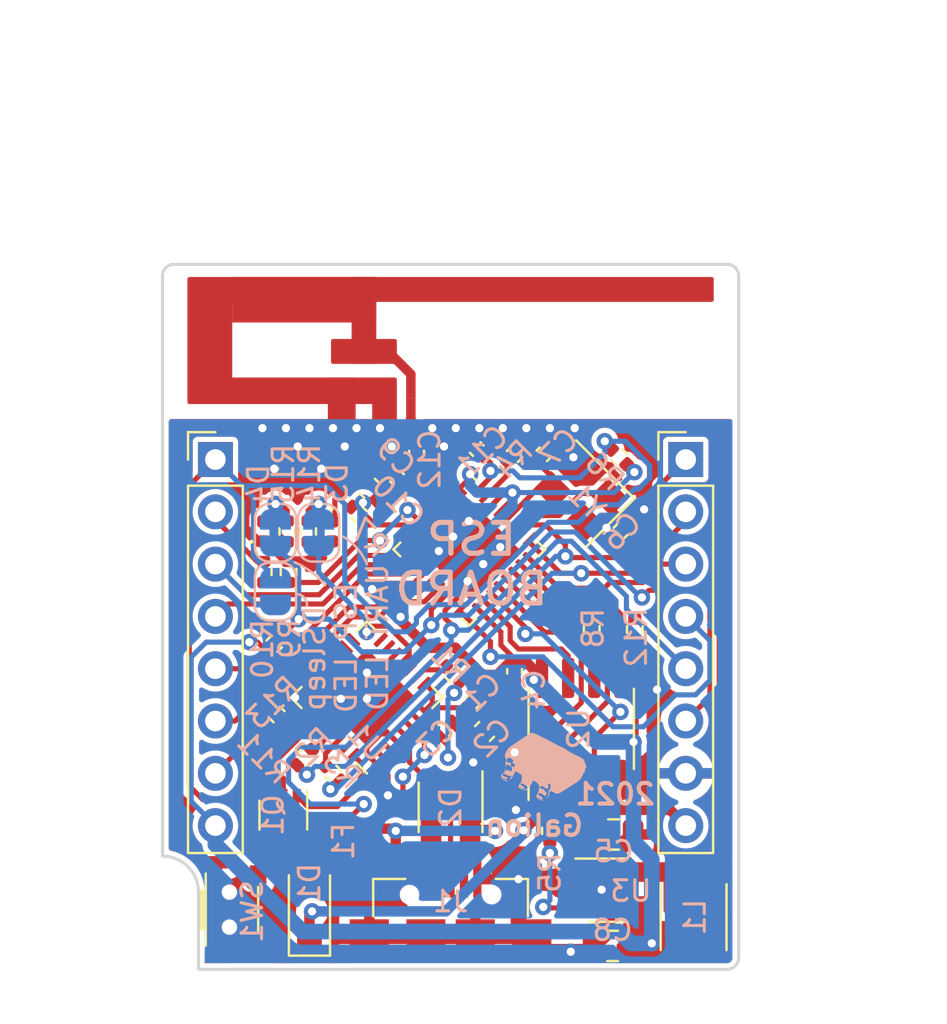
<source format=kicad_pcb>
(kicad_pcb (version 20240108) (generator "pcbnew") (generator_version "8.0")
  (title_block (title "ESP Board") (date "2021-10-29") (rev "2") (company "Galion"))
  (layers (0 "F.Cu" signal) (31 "B.Cu" signal) (34 "B.Paste" user) (35 "F.Paste" user) (36 "B.SilkS" user "B.Silkscreen") (37 "F.SilkS" user "F.Silkscreen") (38 "B.Mask" user) (39 "F.Mask" user) (44 "Edge.Cuts" user))
  (net 0 "")
  (net 1 "GND")
  (net 2 "Net-(AE1-FEED)")
  (net 3 "+5V")
  (net 4 "+3V3")
  (net 5 "5V")
  (net 6 "Net-(U4-XTAL_OUT)")
  (net 7 "RST")
  (net 8 "LNA")
  (net 9 "Net-(U4-XTAL_IN)")
  (net 10 "D-")
  (net 11 "D+")
  (net 12 "Net-(D1-A)")
  (net 13 "Net-(D3-A)")
  (net 14 "GPIO15")
  (net 15 "GPIO13")
  (net 16 "GPIO12")
  (net 17 "GPIO14")
  (net 18 "GPIO16")
  (net 19 "A0")
  (net 20 "TX")
  (net 21 "RX")
  (net 22 "GPIO5")
  (net 23 "GPIO4")
  (net 24 "GPIO0")
  (net 25 "GPIO2")
  (net 26 "LED1")
  (net 27 "Net-(D4-A)")
  (net 29 "Net-(JP2-B)")
  (net 30 "RTS")
  (net 31 "DTR")
  (net 32 "Net-(JP3-B)")
  (net 33 "Net-(U3-SW)")
  (net 34 "Net-(U1-~{RST})")
  (net 35 "SDIO_CLK")
  (net 36 "ADC")
  (net 37 "Net-(U4-RES12K)")
  (net 38 "Net-(U3-EN)")
  (net 39 "Net-(U4-CHIP_PU)")
  (net 40 "Net-(U4-SDIO_CLK)")
  (net 50 "SDIO_HD")
  (net 51 "SDIO_SI")
  (net 52 "SDIO_WP")
  (net 53 "SDIO_SO")
  (net 54 "SDIO_CS")
  (net 55 "VDD")
  (net 62 "Net-(U1-TXD)")
  (net 63 "Net-(U1-RXD)")
  (footprint "project-symbols:TI_DN007_2.4GHz" (layer "F.Cu") (at 162.56 40.005)
    (property "Reference" "AE1" (hide yes))
    (property "Value" "Antenna_IFA" (hide yes))
  )
  (footprint "Capacitor_SMD:C_0402_1005Metric" (layer "F.Cu") (at 170.815 49.2125 -135)
    (property "Reference" "C6")
    (property "Value" "10pF")
  )
  (footprint "Capacitor_SMD:C_0402_1005Metric" (layer "F.Cu") (at 167.0685 45.466 45)
    (property "Reference" "C7")
    (property "Value" "10pF")
  )
  (footprint "Capacitor_SMD:C_0805_2012Metric" (layer "F.Cu") (at 170.434 69.342 180)
    (property "Reference" "C8")
    (property "Value" "22uF")
  )
  (footprint "LED_SMD:LED_0402_1005Metric" (layer "F.Cu") (at 153.4795 49.2125 90)
    (property "Reference" "D4")
    (property "Value" "BLUE_LED")
  )
  (footprint "Fuse:Fuse_0402_1005Metric" (layer "F.Cu") (at 156.337 64.135 90)
    (property "Reference" "F1")
    (property "Value" "0.5A")
  )
  (footprint "Connector_PinHeader_2.54mm:PinHeader_1x08_P2.54mm_Vertical" (layer "F.Cu") (at 151.13 45.72)
    (property "Reference" "J2" (hide yes))
    (property "Value" "Conn_01x08" (hide yes))
  )
  (footprint "Connector_PinHeader_2.54mm:PinHeader_1x08_P2.54mm_Vertical" (layer "F.Cu") (at 173.99 45.72)
    (property "Reference" "J3" (hide yes))
    (property "Value" "Conn_01x08" (hide yes))
  )
  (footprint "Inductor_SMD:L_0402_1005Metric" (layer "F.Cu") (at 160.147 44.0055 180)
    (property "Reference" "L3" (hide yes))
    (property "Value" "DNP" (hide yes))
  )
  (footprint "Resistor_SMD:R_0402_1005Metric" (layer "F.Cu") (at 153.4795 51.181 -90)
    (property "Reference" "R9")
    (property "Value" "220k")
  )
  (footprint "Package_TO_SOT_SMD:TSOT-23-5" (layer "F.Cu") (at 170.18 66.6115)
    (property "Reference" "U3")
    (property "Value" "LM3671")
  )
  (footprint "project-symbols:SW_SPST_1TS003B" (layer "F.Cu") (at 151.81 67.58 -90)
    (property "Reference" "SW1")
    (property "Value" "SW_SPST_MP")
  )
  (footprint "Capacitor_SMD:C_0805_2012Metric" (layer "F.Cu") (at 170.48 63.93)
    (property "Reference" "C5")
    (property "Value" "10uF")
  )
  (footprint "project-symbols:L_Sunlord-SWPA3010S" (layer "F.Cu") (at 174.371 67.945 -90)
    (property "Reference" "L1")
    (property "Value" "2.2uH")
  )
  (footprint "Diode_SMD:D_SOD-123" (layer "F.Cu") (at 155.702 67.564 90)
    (property "Reference" "D1")
    (property "Value" "MBR0520")
  )
  (footprint "Package_TO_SOT_SMD:SOT-143" (layer "F.Cu") (at 162.56 62.611 -90)
    (property "Reference" "D2")
    (property "Value" "SR05")
  )
  (footprint "Resistor_SMD:R_0402_1005Metric" (layer "F.Cu") (at 162.687 56.136 135)
    (property "Reference" "R1")
    (property "Value" "4k7")
  )
  (footprint "Resistor_SMD:R_0402_1005Metric" (layer "F.Cu") (at 154.686 51.181 90)
    (property "Reference" "R10")
    (property "Value" "100k")
  )
  (footprint "LED_SMD:LED_0402_1005Metric" (layer "F.Cu") (at 156.7815 49.2125 -90)
    (property "Reference" "D3")
    (property "Value" "RED_LED")
  )
  (footprint "Capacitor_SMD:C_0402_1005Metric" (layer "F.Cu") (at 160.909 45.4025 -90)
    (property "Reference" "C12")
    (property "Value" "5.6pF" (hide yes))
  )
  (footprint "Package_SO:SOIC-8_3.9x4.9mm_P1.27mm" (layer "F.Cu") (at 168.91 58.801 90)
    (property "Reference" "U2")
    (property "Value" "AT25SF081-SSHD-X")
  )
  (footprint "Package_DFN_QFN:QFN-32-1EP_5x5mm_P0.5mm_EP3.45x3.45mm" (layer "F.Cu") (at 163.473654 50.089173 -45)
    (property "Reference" "U4" (hide yes))
    (property "Value" "ESP8266EX" (hide yes))
  )
  (footprint "Capacitor_SMD:C_0603_1608Metric" (layer "F.Cu") (at 164.211 58.928 -135)
    (property "Reference" "C2")
    (property "Value" "1uF")
  )
  (footprint "Resistor_SMD:R_0402_1005Metric" (layer "F.Cu") (at 155.6385 49.2125 -90)
    (property "Reference" "R14")
    (property "Value" "4k7")
  )
  (footprint "Resistor_SMD:R_0402_1005Metric" (layer "F.Cu") (at 169.418 53.973 90)
    (property "Reference" "R8")
    (property "Value" "200")
  )
  (footprint "Capacitor_SMD:C_0402_1005Metric" (layer "F.Cu") (at 162.306 58.801 45)
    (property "Reference" "C3")
    (property "Value" "100nF")
  )
  (footprint "Resistor_SMD:R_0402_1005Metric" (layer "F.Cu") (at 155.448 60.198 45)
    (property "Reference" "R2")
    (property "Value" "470")
  )
  (footprint "Capacitor_SMD:C_0402_1005Metric" (layer "F.Cu") (at 165.6715 56.007 -90)
    (property "Reference" "C4")
    (property "Value" "100nF" (hide yes))
  )
  (footprint "Resistor_SMD:R_0402_1005Metric" (layer "F.Cu") (at 156.845 60.96 135)
    (property "Reference" "R3")
    (property "Value" "470")
  )
  (footprint "Resistor_SMD:R_0402_1005Metric" (layer "F.Cu") (at 154.6225 49.2125 -90)
    (property "Reference" "R15")
    (property "Value" "2k2")
  )
  (footprint "Capacitor_SMD:C_0402_1005Metric" (layer "F.Cu") (at 159.9565 46.609 135)
    (property "Reference" "C9")
    (property "Value" "100nF")
  )
  (footprint "Resistor_SMD:R_0402_1005Metric" (layer "F.Cu") (at 158.115 48.387 -45)
    (property "Reference" "R7")
    (property "Value" "10k")
  )
  (footprint "Capacitor_SMD:C_0402_1005Metric" (layer "F.Cu") (at 163.6395 57.4675 45)
    (property "Reference" "C1")
    (property "Value" "100nF" (hide yes))
  )
  (footprint "Package_DFN_QFN:QFN-28-1EP_5x5mm_P0.5mm_EP3.35x3.35mm" (layer "F.Cu") (at 158.496 57.277 135)
    (property "Reference" "U1")
    (property "Value" "CP2102N-A01-GQFN28")
  )
  (footprint "Capacitor_SMD:C_0603_1608Metric" (layer "F.Cu") (at 158.623 47.117 135)
    (property "Reference" "C10")
    (property "Value" "10uF")
  )
  (footprint "Inductor_SMD:L_0402_1005Metric" (layer "F.Cu") (at 162.140947 46.266053 45)
    (property "Reference" "L2" (hide yes))
    (property "Value" "DNP" (hide yes))
  )
  (footprint "Resistor_SMD:R_0402_1005Metric" (layer "F.Cu") (at 153.9875 54.6735 45)
    (property "Reference" "R13")
    (property "Value" "10k")
  )
  (footprint "Capacitor_SMD:C_0402_1005Metric" (layer "F.Cu") (at 163.83 45.212 135)
    (property "Reference" "C11")
    (property "Value" "100nF")
  )
  (footprint "Resistor_SMD:R_0402_1005Metric" (layer "F.Cu") (at 165.6715 45.466 45)
    (property "Reference" "R4")
    (property "Value" "12k" (hide yes))
  )
  (footprint "Package_TO_SOT_SMD:SOT-363_SC-70-6" (layer "F.Cu") (at 154.432 62.992 -90)
    (property "Reference" "Q1")
    (property "Value" "PUMH11")
  )
  (footprint "Resistor_SMD:R_0402_1005Metric" (layer "F.Cu") (at 171.5135 53.975 90)
    (property "Reference" "R12")
    (property "Value" "10k")
  )
  (footprint "project-symbols:USB_Micro-B_Unknown_5s_SMT" (layer "F.Cu") (at 162.56 66.7)
    (property "Reference" "J1")
    (property "Value" "USB_B_Micro")
  )
  (footprint "Crystal:Crystal_SMD_3225-4Pin_3.2x2.5mm" (layer "F.Cu") (at 168.91 47.371 135)
    (property "Reference" "Y1")
    (property "Value" "26MHz" (hide yes))
  )
  (footprint "Resistor_SMD:R_0402_1005Metric" (layer "F.Cu") (at 154.1145 58.1025 -45)
    (property "Reference" "R11")
    (property "Value" "10k")
  )
  (footprint "Resistor_SMD:R_0402_1005Metric" (layer "F.Cu") (at 170.7515 45.593 135)
    (property "Reference" "R6")
    (property "Value" "12k")
  )
  (footprint "Resistor_SMD:R_0402_1005Metric" (layer "F.Cu") (at 167.386 63.754 -90)
    (property "Reference" "R5")
    (property "Value" "10k")
  )
  (footprint "Jumper:SolderJumper-2_P1.3mm_Bridged_RoundedPad1.0x1.5mm" (layer "B.Cu") (at 154.051 49.276 90)
    (property "Reference" "JP3" (hide yes))
    (property "Value" "ESP LED")
  )
  (footprint "Jumper:SolderJumper-2_P1.3mm_Bridged_RoundedPad1.0x1.5mm" (layer "B.Cu") (at 156.1465 49.276 90)
    (property "Reference" "JP2" (hide yes))
    (property "Value" "UART LED")
  )
  (footprint "project-symbols:Galion_Logo_Small" (layer "B.Cu") (at 167.132 61.4045 180)
    (property "Reference" "LG1" (hide yes))
    (property "Value" "LOGO" (hide yes))
  )
  (footprint "Jumper:SolderJumper-2_P1.3mm_Open_RoundedPad1.0x1.5mm" (layer "B.Cu") (at 154.051 52.1335 -90)
    (property "Reference" "JP1" (hide yes))
    (property "Value" "DSleep")
  )
  (gr_arc (start 155.066999 52.256549) (mid 155.450799 52.429689) (end 155.574999 52.832) (stroke (width 0.12)) (layer "B.SilkS"))
  (gr_arc (start 157.359794 49.473138) (mid 158.03329 50.04632) (end 158.496 50.8) (stroke (width 0.12)) (layer "B.SilkS"))
  (gr_arc (start 154.971022 50.705821) (mid 155.783504 51.172162) (end 156.464 51.816) (stroke (width 0.12)) (layer "B.SilkS"))
  (gr_line (start 148.56 64.98) (end 148.56 36.775) (stroke (width 0.15)) (layer "Edge.Cuts"))
  (gr_arc (start 148.56 36.775) (mid 148.741698 36.386343) (end 149.145 36.24) (stroke (width 0.15)) (layer "Edge.Cuts"))
  (gr_arc (start 176.56 69.945) (mid 176.378302 70.333657) (end 175.975 70.48) (stroke (width 0.15)) (layer "Edge.Cuts"))
  (gr_line (start 149.145 36.24) (end 176.025 36.24) (stroke (width 0.15)) (layer "Edge.Cuts"))
  (gr_arc (start 176.025 36.24) (mid 176.413657 36.421698) (end 176.56 36.825) (stroke (width 0.15)) (layer "Edge.Cuts"))
  (gr_line (start 175.975 70.48) (end 150.31 70.48) (stroke (width 0.15)) (layer "Edge.Cuts"))
  (gr_line (start 150.31 66.73) (end 150.31 70.48) (stroke (width 0.15)) (layer "Edge.Cuts"))
  (gr_arc (start 148.56 64.98) (mid 149.797437 65.492563) (end 150.31 66.73) (stroke (width 0.15)) (layer "Edge.Cuts"))
  (gr_line (start 176.56 36.825) (end 176.56 69.945) (stroke (width 0.15)) (layer "Edge.Cuts"))
  (gr_text "Galion" (at 166.624 63.5 0) (layer "B.SilkS") (effects (font (size 1 1) (thickness 0.2)) (justify mirror)))
  (gr_text "2021 \n" (at 170.18 61.976 0) (layer "B.SilkS") (effects (font (size 1 1) (thickness 0.2)) (justify mirror)))
  (gr_text "ESP\nBOARD" (at 163.576 50.8 0) (layer "B.SilkS") (effects (font (size 1.5 1.5) (thickness 0.25)) (justify mirror)))
  (segment (start 159.617089 44.050411) (end 159.662 44.0055) (width 0.25) (layer "F.Cu") (net 1))
  (segment (start 159.617089 44.090911) (end 159.617089 44.050411) (width 0.25) (layer "F.Cu") (net 1))
  (segment (start 159.617089 45.170411) (end 159.617089 44.090911) (width 0.25) (layer "F.Cu") (net 1))
  (segment (start 169.900802 66.6115) (end 168.87 66.6115) (width 0.762) (layer "F.Cu") (net 1))
  (segment (start 159.519558 61.058291) (end 159.519558 62.028096) (width 0.25) (layer "F.Cu") (net 1))
  (segment (start 154.453 50.671) (end 154.686 50.671) (width 0.25) (layer "F.Cu") (net 1))
  (segment (start 153.416 44.196) (end 152.527 45.085) (width 0.508) (layer "F.Cu") (net 1))
  (segment (start 169.484 69.342) (end 170.18 68.646) (width 0.762) (layer "F.Cu") (net 1))
  (segment (start 165.6715 56.487) (end 165.6715 56.8515) (width 0.25) (layer "F.Cu") (net 1))
  (segment (start 163.662992 59.476008) (end 163.662992 61.178008) (width 0.25) (layer "F.Cu") (net 1))
  (segment (start 165.8585 66.1) (end 164.084 66.1) (width 0.508) (layer "F.Cu") (net 1))
  (segment (start 170.475589 49.551911) (end 170.694792 49.771114) (width 0.508) (layer "F.Cu") (net 1))
  (segment (start 175.466022 60.96) (end 173.99 60.96) (width 0.508) (layer "F.Cu") (net 1))
  (segment (start 165.6715 58.196454) (end 165.6715 59.944) (width 0.25) (layer "F.Cu") (net 1))
  (segment (start 156.935006 48.596994) (end 156.718 48.814) (width 0.25) (layer "F.Cu") (net 1))
  (segment (start 162.7505 45.612678) (end 162.7505 45.6565) (width 0.25) (layer "F.Cu") (net 1))
  (segment (start 170.18 68.646) (end 170.18 66.890698) (width 0.762) (layer "F.Cu") (net 1))
  (segment (start 159.662 44.0055) (end 159.662 43.112) (width 0.25) (layer "F.Cu") (net 1))
  (segment (start 170.475589 49.377599) (end 170.137262 49.039272) (width 0.25) (layer "F.Cu") (net 1))
  (segment (start 170.18 66.890698) (end 169.900802 66.6115) (width 0.762) (layer "F.Cu") (net 1))
  (segment (start 167.839198 66.6115) (end 168.87 66.6115) (width 0.762) (layer "F.Cu") (net 1))
  (segment (start 170.475589 49.551911) (end 170.475589 49.377599) (width 0.25) (layer "F.Cu") (net 1))
  (segment (start 171.43 63.962228) (end 170.2435 65.148728) (width 0.762) (layer "F.Cu") (net 1))
  (segment (start 163.86 66.1) (end 164.084 66.1) (width 0.25) (layer "F.Cu") (net 1))
  (segment (start 161.36 69) (end 163.76 69) (width 0.25) (layer "F.Cu") (net 1))
  (segment (start 156.935006 47.661994) (end 156.935006 48.596994) (width 0.25) (layer "F.Cu") (net 1))
  (segment (start 149.768767 64.757475) (end 150.062458 64.970853) (width 0.508) (layer "F.Cu") (net 1))
  (segment (start 163.490589 44.872589) (end 162.7505 45.612678) (width 0.25) (layer "F.Cu") (net 1))
  (segment (start 153.1595 49.6975) (end 153.4795 49.6975) (width 0.508) (layer "F.Cu") (net 1))
  (segment (start 162.648573 58.461589) (end 163.662992 59.476008) (width 0.25) (layer "F.Cu") (net 1))
  (segment (start 175.744011 60.682011) (end 175.466022 60.96) (width 0.508) (layer "F.Cu") (net 1))
  (segment (start 174.625 44.1325) (end 175.190685 44.1325) (width 0.508) (layer "F.Cu") (net 1))
  (segment (start 163.978911 57.128089) (end 164.603135 57.128089) (width 0.25) (layer "F.Cu") (net 1))
  (segment (start 172.230999 47.879317) (end 171.967624 48.142692) (width 0.25) (layer "F.Cu") (net 1))
  (segment (start 167.386698 45.105376) (end 166.032124 45.105376) (width 0.25) (layer "F.Cu") (net 1))
  (segment (start 161.36 69) (end 158.61 69) (width 0.25) (layer "F.Cu") (net 1))
  (segment (start 163.33 61.511) (end 163.662992 61.178008) (width 0.25) (layer "F.Cu") (net 1))
  (segment (start 168.733223 45.992142) (end 168.273464 45.992142) (width 0.25) (layer "F.Cu") (net 1))
  (segment (start 168.733223 45.992142) (end 168.733223 45.812487) (width 0.25) (layer "F.Cu") (net 1))
  (segment (start 171.43 63.93) (end 171.43 63.962228) (width 0.762) (layer "F.Cu") (net 1))
  (segment (start 149.1615 64.1615) (end 149.745744 64.745744) (width 0.508) (layer "F.Cu") (net 1))
  (segment (start 154.475124 58.463124) (end 154.475124 58.10718) (width 0.508) (layer "F.Cu") (net 1))
  (segment (start 150.136798 44.196) (end 149.1615 45.171298) (width 0.508) (layer "F.Cu") (net 1))
  (segment (start 165.8585 66.1) (end 167.327698 66.1) (width 0.762) (layer "F.Cu") (net 1))
  (segment (start 168.273464 45.992142) (end 167.407911 45.126589) (width 0.25) (layer "F.Cu") (net 1))
  (segment (start 169.484 69.53) (end 169.387499 69.626501) (width 0.762) (layer "F.Cu") (net 1))
  (segment (start 150.371605 65.28) (end 151.21 65.28) (width 0.508) (layer "F.Cu") (net 1))
  (segment (start 170.2435 66.268802) (end 169.900802 66.6115) (width 0.762) (layer "F.Cu") (net 1))
  (segment (start 153.4795 49.6975) (end 154.453 50.671) (width 0.25) (layer "F.Cu") (net 1))
  (segment (start 164.603135 57.128089) (end 165.6715 58.196454) (width 0.25) (layer "F.Cu") (net 1))
  (segment (start 167.327698 66.1) (end 167.839198 66.6115) (width 0.762) (layer "F.Cu") (net 1))
  (segment (start 153.96 70.05) (end 157.56 70.05) (width 0.25) (layer "F.Cu") (net 1))
  (segment (start 151.22 69.88) (end 152.02 69.88) (width 0.25) (layer "F.Cu") (net 1))
  (segment (start 149.1615 45.171298) (end 149.1615 64.1615) (width 0.508) (layer "F.Cu") (net 1))
  (segment (start 165.6715 56.8515) (end 166.727347 57.907347) (width 0.25) (layer "F.Cu") (net 1))
  (segment (start 168.733223 45.812487) (end 168.529 45.608264) (width 0.25) (layer "F.Cu") (net 1))
  (segment (start 171.967624 49.140352) (end 171.967624 48.142624) (width 0.508) (layer "F.Cu") (net 1))
  (segment (start 165.8585 68.3485) (end 165.8585 66.1) (width 0.762) (layer "F.Cu") (net 1))
  (segment (start 153.2 69.29) (end 153.96 70.05) (width 0.25) (layer "F.Cu") (net 1))
  (segment (start 174.625 44.1325) (end 173.292498 44.1325) (width 0.25) (layer "F.Cu") (net 1))
  (segment (start 163.662992 61.178008) (end 163.662992 60.42851) (width 0.25) (layer "F.Cu") (net 1))
  (segment (start 169.387499 69.626501) (end 168.402 69.626501) (width 0.762) (layer "F.Cu") (net 1))
  (segment (start 163.7335 61.9145) (end 163.662992 61.843992) (width 0.25) (layer "F.Cu") (net 1))
  (segment (start 153.416 44.196) (end 150.136798 44.196) (width 0.508) (layer "F.Cu") (net 1))
  (segment (start 165.6715 56.7055) (end 165.6715 56.487) (width 0.508) (layer "F.Cu") (net 1))
  (segment (start 172.230999 45.193999) (end 172.230999 47.879317) (width 0.25) (layer "F.Cu") (net 1))
  (segment (start 173.292498 44.1325) (end 172.230999 45.193999) (width 0.25) (layer "F.Cu") (net 1))
  (segment (start 159.617089 46.269589) (end 159.617089 45.170411) (width 0.25) (layer "F.Cu") (net 1))
  (segment (start 175.190685 44.1325) (end 175.744011 44.685826) (width 0.508) (layer "F.Cu") (net 1))
  (segment (start 149.745744 64.745744) (end 149.768767 64.757475) (width 0.508) (layer "F.Cu") (net 1))
  (segment (start 175.18751 47.371) (end 175.9585 47.371) (width 0.508) (layer "F.Cu") (net 1))
  (segment (start 152.527 49.065) (end 153.1595 49.6975) (width 0.508) (layer "F.Cu") (net 1))
  (segment (start 159.874858 59.362965) (end 159.558058 59.046165) (width 0.25) (layer "F.Cu") (net 1))
  (segment (start 166.727347 57.907347) (end 167.508347 57.907347) (width 0.25) (layer "F.Cu") (net 1))
  (segment (start 163.490589 44.872589) (end 163.709792 44.653386) (width 0.25) (layer "F.Cu") (net 1))
  (segment (start 159.617089 46.269589) (end 158.374395 46.269589) (width 0.25) (layer "F.Cu") (net 1))
  (segment (start 152.61 69.29) (end 153.2 69.29) (width 0.25) (layer "F.Cu") (net 1))
  (segment (start 167.136501 69.626501) (end 166.51 69) (width 0.762) (layer "F.Cu") (net 1))
  (segment (start 163.978911 57.128089) (end 165.248911 57.128089) (width 0.508) (layer "F.Cu") (net 1))
  (segment (start 152.02 69.88) (end 152.61 69.29) (width 0.25) (layer "F.Cu") (net 1))
  (segment (start 166.51 69) (end 163.76 69) (width 0.25) (layer "F.Cu") (net 1))
  (segment (start 158.497398 59.715105) (end 158.497398 60.036131) (width 0.25) (layer "F.Cu") (net 1))
  (segment (start 162.645411 58.461589) (end 162.648573 58.461589) (width 0.25) (layer "F.Cu") (net 1))
  (segment (start 158.028008 46.568992) (end 156.935006 47.661994) (width 0.25) (layer "F.Cu") (net 1))
  (segment (start 155.0035 57.578804) (end 155.0035 57.277) (width 0.508) (layer "F.Cu") (net 1))
  (segment (start 158.074992 46.568992) (end 158.028008 46.568992) (width 0.25) (layer "F.Cu") (net 1))
  (segment (start 169.086777 48.749858) (end 169.673536 48.749858) (width 0.25) (layer "F.Cu") (net 1))
  (segment (start 158.497398 60.036131) (end 159.519558 61.058291) (width 0.25) (layer "F.Cu") (net 1))
  (segment (start 157.56 70.05) (end 158.61 69) (width 0.25) (layer "F.Cu") (net 1))
  (segment (start 158.374395 46.269589) (end 158.074992 46.568992) (width 0.25) (layer "F.Cu") (net 1))
  (segment (start 169.086777 48.749858) (end 169.847848 48.749858) (width 0.25) (layer "F.Cu") (net 1))
  (segment (start 163.662992 61.843992) (end 163.662992 60.42851) (width 0.25) (layer "F.Cu") (net 1))
  (segment (start 152.527 45.085) (end 152.527 49.065) (width 0.508) (layer "F.Cu") (net 1))
  (segment (start 163.709792 44.653386) (end 165.580134 44.653386) (width 0.25) (layer "F.Cu") (net 1))
  (segment (start 170.694792 49.771114) (end 171.336862 49.771114) (width 0.508) (layer "F.Cu") (net 1))
  (segment (start 159.662 43.112) (end 159.35 42.8) (width 0.25) (layer "F.Cu") (net 1))
  (segment (start 166.51 69) (end 165.8585 68.3485) (width 0.762) (layer "F.Cu") (net 1))
  (segment (start 169.847848 48.749858) (end 170.137262 49.039272) (width 0.25) (layer "F.Cu") (net 1))
  (segment (start 169.484 69.342) (end 169.484 69.53) (width 0.762) (layer "F.Cu") (net 1))
  (segment (start 165.248911 57.128089) (end 165.6715 56.7055) (width 0.508) (layer "F.Cu") (net 1))
  (segment (start 159.617089 44.050411) (end 159.617089 44.050411) (width 0.25) (layer "F.Cu") (net 1))
  (segment (start 170.2435 65.148728) (end 170.2435 66.268802) (width 0.762) (layer "F.Cu") (net 1))
  (segment (start 168.402 69.626501) (end 167.136501 69.626501) (width 0.762) (layer "F.Cu") (net 1))
  (segment (start 169.900802 66.6115) (end 169.900802 66.6115) (width 0.762) (layer "F.Cu") (net 1))
  (segment (start 150.062458 64.970853) (end 150.371605 65.28) (width 0.508) (layer "F.Cu") (net 1))
  (segment (start 175.744011 44.685826) (end 175.744011 60.682011) (width 0.508) (layer "F.Cu") (net 1))
  (segment (start 167.407911 45.126589) (end 167.386698 45.105376) (width 0.25) (layer "F.Cu") (net 1))
  (segment (start 159.166338 59.046165) (end 158.497398 59.715105) (width 0.25) (layer "F.Cu") (net 1))
  (segment (start 159.874858 59.362965) (end 158.496 57.984107) (width 0.25) (layer "F.Cu") (net 1))
  (segment (start 162.7505 45.6565) (end 162.483894 45.923106) (width 0.25) (layer "F.Cu") (net 1))
  (segment (start 169.673536 48.749858) (end 170.475589 49.551911) (width 0.25) (layer "F.Cu") (net 1))
  (segment (start 171.336862 49.771114) (end 171.967624 49.140352) (width 0.508) (layer "F.Cu") (net 1))
  (segment (start 165.580134 44.653386) (end 166.032124 45.105376) (width 0.25) (layer "F.Cu") (net 1))
  (segment (start 159.558058 59.046165) (end 159.166338 59.046165) (width 0.25) (layer "F.Cu") (net 1))
  (segment (start 158.496 57.984107) (end 158.496 57.277) (width 0.25) (layer "F.Cu") (net 1))
  (segment (start 154.475124 58.10718) (end 155.0035 57.578804) (width 0.508) (layer "F.Cu") (net 1))
  (via (at 158.496 57.3405) (size 0.8) (drill 0.4) (layers "F.Cu" "B.Cu") (net 1))
  (via (at 167.386 44.196) (size 0.8) (drill 0.4) (layers "F.Cu" "B.Cu") (net 1))
  (via (at 166.243 44.196) (size 0.8) (drill 0.4) (layers "F.Cu" "B.Cu") (net 1))
  (via (at 165.1 44.196) (size 0.8) (drill 0.4) (layers "F.Cu" "B.Cu") (net 1))
  (via (at 162.2425 45.085) (size 0.8) (drill 0.4) (layers "F.Cu" "B.Cu") (net 1))
  (via (at 154.559 44.196) (size 0.8) (drill 0.4) (layers "F.Cu" "B.Cu") (net 1))
  (via (at 159.131 44.196) (size 0.8) (drill 0.4) (layers "F.Cu" "B.Cu") (net 1))
  (via (at 157.988 44.196) (size 0.8) (drill 0.4) (layers "F.Cu" "B.Cu") (net 1))
  (via (at 157.4165 45.085) (size 0.8) (drill 0.4) (layers "F.Cu" "B.Cu") (net 1))
  (via (at 155.1305 45.085) (size 0.8) (drill 0.4) (layers "F.Cu" "B.Cu") (net 1))
  (via (at 165.734995 62.737995) (size 0.8) (drill 0.4) (layers "F.Cu" "B.Cu") (net 1))
  (via (at 165.6715 59.944) (size 0.8) (drill 0.4) (layers "F.Cu" "B.Cu") (net 1))
  (via (at 164.1475 50.8) (size 0.8) (drill 0.4) (layers "F.Cu" "B.Cu") (net 1))
  (via (at 155.702 44.196) (size 0.8) (drill 0.4) (layers "F.Cu" "B.Cu") (net 1))
  (via (at 153.416 44.196) (size 0.8) (drill 0.4) (layers "F.Cu" "B.Cu") (net 1))
  (via (at 163.957 44.196) (size 0.8) (drill 0.4) (layers "F.Cu" "B.Cu") (net 1))
  (via (at 163.662992 60.42851) (size 0.8) (drill 0.4) (layers "F.Cu" "B.Cu") (net 1))
  (via (at 162.814 44.196) (size 0.8) (drill 0.4) (layers "F.Cu" "B.Cu") (net 1))
  (via (at 158.496 56.0705) (size 0.8) (drill 0.4) (layers "F.Cu" "B.Cu") (net 1))
  (via (at 156.2735 46.1645) (size 0.8) (drill 0.4) (layers "F.Cu" "B.Cu") (net 1))
  (via (at 169.900802 66.6115) (size 0.8) (drill 0.4) (layers "F.Cu" "B.Cu") (net 1))
  (via (at 168.402 69.626501) (size 0.8) (drill 0.4) (layers "F.Cu" "B.Cu") (net 1))
  (via (at 155.0035 57.277) (size 0.8) (drill 0.4) (layers "F.Cu" "B.Cu") (net 1))
  (via (at 159.7025 45.085) (size 0.8) (drill 0.4) (layers "F.Cu" "B.Cu") (net 1))
  (via (at 159.519558 62.028096) (size 0.8) (drill 0.4) (layers "F.Cu" "B.Cu") (net 1))
  (via (at 165.8585 66.1) (size 0.8) (drill 0.4) (layers "F.Cu" "B.Cu") (net 1))
  (via (at 157.226 57.3405) (size 0.8) (drill 0.4) (layers "F.Cu" "B.Cu") (net 1))
  (via (at 161.671 44.196) (size 0.8) (drill 0.4) (layers "F.Cu" "B.Cu") (net 1))
  (via (at 168.5925 44.196) (size 0.8) (drill 0.4) (layers "F.Cu" "B.Cu") (net 1))
  (via (at 153.9875 46.1645) (size 0.8) (drill 0.4) (layers "F.Cu" "B.Cu") (net 1))
  (via (at 170.137262 49.039272) (size 0.8) (drill 0.4) (layers "F.Cu" "B.Cu") (net 1))
  (via (at 172.593 56.896) (size 0.8) (drill 0.4) (layers "F.Cu" "B.Cu") (net 1))
  (via (at 156.845 44.196) (size 0.8) (drill 0.4) (layers "F.Cu" "B.Cu") (net 1))
  (via (at 168.529 45.608264) (size 0.8) (drill 0.4) (layers "F.Cu" "B.Cu") (net 1))
  (via (at 164.973 49.9745) (size 0.8) (drill 0.4) (layers "F.Cu" "B.Cu") (net 1))
  (via (at 171.967624 48.142692) (size 0.8) (drill 0.4) (layers "F.Cu" "B.Cu") (net 1))
  (via (at 162.687 49.4665) (size 0.8) (drill 0.4) (layers "F.Cu" "B.Cu") (net 1))
  (via (at 163.449 48.7045) (size 0.8) (drill 0.4) (layers "F.Cu" "B.Cu") (net 1))
  (via (at 161.9885 50.165) (size 0.8) (drill 0.4) (layers "F.Cu" "B.Cu") (net 1))
  (via (at 163.3855 51.6255) (size 0.8) (drill 0.4) (layers "F.Cu" "B.Cu") (net 1))
  (segment (start 165.734995 62.737995) (end 165.734995 60.007495) (width 0.25) (layer "B.Cu") (net 1))
  (segment (start 165.8585 65.084344) (end 166.830769 64.112075) (width 0.25) (layer "B.Cu") (net 1))
  (segment (start 166.30068 62.737995) (end 165.734995 62.737995) (width 0.25) (layer "B.Cu") (net 1))
  (segment (start 165.8585 66.1) (end 165.8585 65.084344) (width 0.25) (layer "B.Cu") (net 1))
  (segment (start 165.734995 62.737995) (end 163.662992 60.665992) (width 0.25) (layer "B.Cu") (net 1))
  (segment (start 166.830769 64.112075) (end 166.830769 63.268084) (width 0.25) (layer "B.Cu") (net 1))
  (segment (start 165.734995 60.007495) (end 165.6715 59.944) (width 0.25) (layer "B.Cu") (net 1))
  (segment (start 162.063406 62.028096) (end 163.662992 60.42851) (width 0.25) (layer "B.Cu") (net 1))
  (segment (start 166.830769 63.268084) (end 166.30068 62.737995) (width 0.25) (layer "B.Cu") (net 1))
  (segment (start 159.519558 62.028096) (end 162.063406 62.028096) (width 0.25) (layer "B.Cu") (net 1))
  (segment (start 163.662992 60.665992) (end 163.662992 60.42851) (width 0.25) (layer "B.Cu") (net 1))
  (segment (start 160.645916 44.486796) (end 160.687131 44.622663) (width 0.508) (layer "F.Cu") (net 2))
  (segment (start 160.632 44.3455) (end 160.632 44.0055) (width 0.508) (layer "F.Cu") (net 2))
  (segment (start 160.844132 44.857632) (end 160.909 44.9225) (width 0.508) (layer "F.Cu") (net 2))
  (segment (start 160.63 43.245) (end 160.63 44.0035) (width 0.25) (layer "F.Cu") (net 2))
  (segment (start 160.63 44.0035) (end 160.632 44.0055) (width 0.25) (layer "F.Cu") (net 2))
  (segment (start 160.75406 44.747879) (end 160.844132 44.857632) (width 0.508) (layer "F.Cu") (net 2))
  (segment (start 160.632 44.3455) (end 160.645916 44.486796) (width 0.508) (layer "F.Cu") (net 2))
  (segment (start 160.687131 44.622663) (end 160.75406 44.747879) (width 0.508) (layer "F.Cu") (net 2))
  (segment (start 163.270554 57.777376) (end 161.460447 57.777376) (width 0.25) (layer "F.Cu") (net 3))
  (segment (start 164.759008 58.379992) (end 163.87317 58.379992) (width 0.25) (layer "F.Cu") (net 3))
  (segment (start 159.893 63.754) (end 159.789 63.65) (width 0.508) (layer "F.Cu") (net 3))
  (segment (start 163.51 63.711) (end 164.676 63.711) (width 0.508) (layer "F.Cu") (net 3))
  (segment (start 161.671 56.9595) (end 161.671 57.566823) (width 0.25) (layer "F.Cu") (net 3))
  (segment (start 160.556 65.56) (end 160.398 65.402) (width 0.508) (layer "F.Cu") (net 3))
  (segment (start 163.300089 57.806911) (end 163.270554 57.777376) (width 0.25) (layer "F.Cu") (net 3))
  (segment (start 159.893 63.754) (end 159.893 64.897) (width 0.508) (layer "F.Cu") (net 3))
  (segment (start 161.316749 56.605249) (end 161.671 56.9595) (width 0.25) (layer "F.Cu") (net 3))
  (segment (start 159.789 63.65) (end 156.337 63.65) (width 0.508) (layer "F.Cu") (net 3))
  (segment (start 161.26 66.1) (end 161.26 65.63) (width 0.25) (layer "F.Cu") (net 3))
  (segment (start 164.387994 60.572452) (end 164.387994 62.833006) (width 0.25) (layer "F.Cu") (net 3))
  (segment (start 161.460447 57.777376) (end 161.289072 57.948751) (width 0.25) (layer "F.Cu") (net 3))
  (segment (start 164.759008 60.201438) (end 164.387994 60.572452) (width 0.25) (layer "F.Cu") (net 3))
  (segment (start 164.387994 62.833006) (end 163.51 63.711) (width 0.25) (layer "F.Cu") (net 3))
  (segment (start 163.87317 58.379992) (end 163.300089 57.806911) (width 0.25) (layer "F.Cu") (net 3))
  (segment (start 164.759008 58.379992) (end 164.759008 60.201438) (width 0.25) (layer "F.Cu") (net 3))
  (segment (start 161.671 57.566823) (end 161.289072 57.948751) (width 0.25) (layer "F.Cu") (net 3))
  (segment (start 161.26 65.63) (end 161.19 65.56) (width 0.25) (layer "F.Cu") (net 3))
  (segment (start 164.676 63.711) (end 164.719 63.754) (width 0.508) (layer "F.Cu") (net 3))
  (segment (start 159.893 64.897) (end 160.398 65.402) (width 0.508) (layer "F.Cu") (net 3))
  (segment (start 161.289072 56.605249) (end 161.316749 56.605249) (width 0.25) (layer "F.Cu") (net 3))
  (segment (start 161.26 65.63) (end 161.18 65.55) (width 0.25) (layer "F.Cu") (net 3))
  (segment (start 161.19 65.56) (end 160.556 65.56) (width 0.508) (layer "F.Cu") (net 3))
  (via (at 164.719 63.754) (size 0.8) (drill 0.4) (layers "F.Cu" "B.Cu") (net 3))
  (via (at 159.893 63.754) (size 0.8) (drill 0.4) (layers "F.Cu" "B.Cu") (net 3))
  (segment (start 164.719 63.754) (end 159.893 63.754) (width 0.508) (layer "B.Cu") (net 3))
  (segment (start 161.799858 48.061823) (end 162.153411 47.70827) (width 0.25) (layer "F.Cu") (net 4))
  (segment (start 166.915546 56.415454) (end 167.005 56.326) (width 0.508) (layer "F.Cu") (net 4))
  (segment (start 165.6715 55.402813) (end 165.6715 55.527) (width 0.25) (layer "F.Cu") (net 4))
  (segment (start 163.509911 46.60577) (end 163.509911 46.430278) (width 0.25) (layer "F.Cu") (net 4))
  (segment (start 159.171008 47.665008) (end 158.834992 47.665008) (width 0.25) (layer "F.Cu") (net 4))
  (segment (start 165.02045 48.188824) (end 165.567023 47.642251) (width 0.25) (layer "F.Cu") (net 4))
  (segment (start 161.219751 51.282416) (end 160.773178 51.728989) (width 0.25) (layer "F.Cu") (net 4))
  (segment (start 171.5135 54.485) (end 171.577 54.5485) (width 0.25) (layer "F.Cu") (net 4))
  (segment (start 161.459183 54.860215) (end 162.791978 54.860215) (width 0.508) (layer "F.Cu") (net 4))
  (segment (start 172.212 69.342) (end 172.339 69.215) (width 0.25) (layer "F.Cu") (net 4))
  (segment (start 165.86156 55.527) (end 165.6715 55.527) (width 0.508) (layer "F.Cu") (net 4))
  (segment (start 157.754376 48.026376) (end 158.094614 48.026376) (width 0.25) (layer "F.Cu") (net 4))
  (segment (start 162.987518 47.128163) (end 163.509911 46.60577) (width 0.25) (layer "F.Cu") (net 4))
  (segment (start 158.094614 48.026376) (end 158.30549 47.8155) (width 0.25) (layer "F.Cu") (net 4))
  (segment (start 165.567023 47.324037) (end 165.17813 47.324037) (width 0.25) (layer "F.Cu") (net 4))
  (segment (start 158.455982 47.665008) (end 158.30549 47.8155) (width 0.25) (layer "F.Cu") (net 4))
  (segment (start 166.206 55.527) (end 167.005 56.326) (width 0.508) (layer "F.Cu") (net 4))
  (segment (start 160.295911 46.948411) (end 159.887605 46.948411) (width 0.25) (layer "F.Cu") (net 4))
  (segment (start 159.171008 47.665008) (end 158.455982 47.665008) (width 0.25) (layer "F.Cu") (net 4))
  (segment (start 164.112492 56.180729) (end 164.827711 56.180729) (width 0.508) (layer "F.Cu") (net 4))
  (segment (start 165.004488 54.735801) (end 165.6715 55.402813) (width 0.25) (layer "F.Cu") (net 4))
  (segment (start 153.626876 55.034124) (end 153.182376 54.589624) (width 0.25) (layer "F.Cu") (net 4))
  (segment (start 161.926858 48.188824) (end 161.926858 48.188823) (width 0.25) (layer "F.Cu") (net 4))
  (segment (start 161.926858 48.188824) (end 160.686445 46.948411) (width 0.25) (layer "F.Cu") (net 4))
  (segment (start 163.95979 53.050183) (end 165.004488 54.094881) (width 0.25) (layer "F.Cu") (net 4))
  (segment (start 164.827711 56.180729) (end 165.48144 55.527) (width 0.508) (layer "F.Cu") (net 4))
  (segment (start 171.577 54.5485) (end 171.577 59.309) (width 0.25) (layer "F.Cu") (net 4))
  (segment (start 165.48144 55.527) (end 165.6715 55.527) (width 0.508) (layer "F.Cu") (net 4))
  (segment (start 159.029771 51.728989) (end 158.747761 52.010999) (width 0.25) (layer "F.Cu") (net 4))
  (segment (start 166.605988 56.415454) (end 166.915546 56.415454) (width 0.508) (layer "F.Cu") (net 4))
  (segment (start 165.6715 55.527) (end 166.206 55.527) (width 0.508) (layer "F.Cu") (net 4))
  (segment (start 165.17813 47.324037) (end 164.666897 47.83527) (width 0.25) (layer "F.Cu") (net 4))
  (segment (start 162.791978 54.860215) (end 164.112492 56.180729) (width 0.508) (layer "F.Cu") (net 4))
  (segment (start 160.130991 53.532023) (end 161.459183 54.860215) (width 0.508) (layer "F.Cu") (net 4))
  (segment (start 165.004488 54.094881) (end 165.004488 54.735801) (width 0.25) (layer "F.Cu") (net 4))
  (segment (start 160.130991 53.362505) (end 160.130991 53.532023) (width 0.508) (layer "F.Cu") (net 4))
  (segment (start 161.926858 48.188823) (end 162.280411 47.83527) (width 0.25) (layer "F.Cu") (net 4))
  (segment (start 171.112124 45.953624) (end 171.491353 46.332853) (width 0.25) (layer "F.Cu") (net 4))
  (segment (start 159.887605 46.948411) (end 159.171008 47.665008) (width 0.25) (layer "F.Cu") (net 4))
  (segment (start 153.182376 54.589624) (end 152.781 54.589624) (width 0.25) (layer "F.Cu") (net 4))
  (segment (start 173.743 69.095) (end 174.371 69.095) (width 0.25) (layer "F.Cu") (net 4))
  (segment (start 165.567023 47.642251) (end 165.567023 47.324037) (width 0.25) (layer "F.Cu") (net 4))
  (segment (start 160.773178 51.728989) (end 159.029771 51.728989) (width 0.25) (layer "F.Cu") (net 4))
  (segment (start 162.280411 47.83527) (end 162.153411 47.70827) (width 0.25) (layer "F.Cu") (net 4))
  (segment (start 160.686445 46.948411) (end 160.295911 46.948411) (width 0.25) (layer "F.Cu") (net 4))
  (segment (start 171.577 59.309) (end 171.45 59.436) (width 0.25) (layer "F.Cu") (net 4))
  (via (at 160.130991 53.362505) (size 0.8) (drill 0.4) (layers "F.Cu" "B.Cu") (net 4))
  (via (at 152.781 54.589624) (size 0.8) (drill 0.4) (layers "F.Cu" "B.Cu") (net 4))
  (via (at 165.567023 47.324037) (size 0.8) (drill 0.4) (layers "F.Cu" "B.Cu") (net 4))
  (via (at 163.509911 46.430278) (size 0.8) (drill 0.4) (layers "F.Cu" "B.Cu") (net 4))
  (via (at 158.30549 47.8155) (size 0.8) (drill 0.4) (layers "F.Cu" "B.Cu") (net 4))
  (via (at 171.45 59.436) (size 0.8) (drill 0.4) (layers "F.Cu" "B.Cu") (net 4))
  (via (at 166.605988 56.415454) (size 0.8) (drill 0.4) (layers "F.Cu" "B.Cu") (net 4))
  (via (at 171.491353 46.332853) (size 0.8) (drill 0.4) (layers "F.Cu" "B.Cu") (net 4))
  (via (at 158.747761 52.010999) (size 0.8) (drill 0.4) (layers "F.Cu" "B.Cu") (net 4))
  (via (at 172.339 69.215) (size 0.8) (drill 0.4) (layers "F.Cu" "B.Cu") (net 4))
  (segment (start 149.954999 55.315999) (end 150.681374 54.589624) (width 0.25) (layer "B.Cu") (net 4))
  (segment (start 172.339 69.215) (end 172.339 65.151) (width 0.762) (layer "B.Cu") (net 4))
  (segment (start 165.567023 47.980438) (end 165.567023 47.324037) (width 0.508) (layer "B.Cu") (net 4))
  (segment (start 161.667961 51.8795) (end 165.567023 47.980438) (width 0.508) (layer "B.Cu") (net 4))
  (segment (start 166.651454 56.415454) (end 169.672 59.436) (width 0.762) (layer "B.Cu") (net 4))
  (segment (start 170.753491 68.645491) (end 171.323 69.215) (width 0.762) (layer "B.Cu") (net 4))
  (segment (start 165.567023 47.324037) (end 163.837985 47.324037) (width 0.508) (layer "B.Cu") (net 4))
  (segment (start 171.323 69.215) (end 172.339 69.215) (width 0.762) (layer "B.Cu") (net 4))
  (segment (start 171.45 64.262) (end 171.45 59.436) (width 0.762) (layer "B.Cu") (net 4))
  (segment (start 160.130991 53.362505) (end 160.130991 52.657509) (width 0.508) (layer "B.Cu") (net 4))
  (segment (start 150.681374 54.589624) (end 152.781 54.589624) (width 0.25) (layer "B.Cu") (net 4))
  (segment (start 172.339 65.151) (end 171.45 64.262) (width 0.762) (layer "B.Cu") (net 4))
  (segment (start 166.605988 56.415454) (end 166.651454 56.415454) (width 0.762) (layer "B.Cu") (net 4))
  (segment (start 170.500169 47.324037) (end 171.491353 46.332853) (width 0.25) (layer "B.Cu") (net 4))
  (segment (start 160.130991 52.657509) (end 160.909 51.8795) (width 0.508) (layer "B.Cu") (net 4))
  (segment (start 160.130991 53.362505) (end 160.130991 53.286431) (width 0.508) (layer "B.Cu") (net 4))
  (segment (start 163.509911 46.995963) (end 163.509911 46.430278) (width 0.508) (layer "B.Cu") (net 4))
  (segment (start 158.87926 51.8795) (end 160.909 51.8795) (width 0.508) (layer "B.Cu") (net 4))
  (segment (start 158.276999 47.843991) (end 158.276999 51.540237) (width 0.508) (layer "B.Cu") (net 4))
  (segment (start 165.567023 47.324037) (end 170.500169 47.324037) (width 0.25) (layer "B.Cu") (net 4))
  (segment (start 155.358119 68.645491) (end 170.753491 68.645491) (width 0.762) (layer "B.Cu") (net 4))
  (segment (start 151.13 64.417372) (end 155.358119 68.645491) (width 0.762) (layer "B.Cu") (net 4))
  (segment (start 158.747761 52.010999) (end 160.099267 53.362505) (width 0.762) (layer "B.Cu") (net 4))
  (segment (start 158.276999 51.540237) (end 158.747761 52.010999) (width 0.508) (layer "B.Cu") (net 4))
  (segment (start 169.672 59.436) (end 171.45 59.436) (width 0.762) (layer "B.Cu") (net 4))
  (segment (start 160.130991 52.434991) (end 159.706999 52.010999) (width 0.762) (layer "B.Cu") (net 4))
  (segment (start 163.837985 47.324037) (end 163.509911 46.995963) (width 0.508) (layer "B.Cu") (net 4))
  (segment (start 151.13 63.5) (end 149.954999 62.324999) (width 0.25) (layer "B.Cu") (net 4))
  (segment (start 160.130991 53.362505) (end 160.130991 52.434991) (width 0.762) (layer "B.Cu") (net 4))
  (segment (start 158.30549 47.8155) (end 158.276999 47.843991) (width 0.508) (layer "B.Cu") (net 4))
  (segment (start 159.706999 52.010999) (end 158.747761 52.010999) (width 0.762) (layer "B.Cu") (net 4))
  (segment (start 160.909 51.8795) (end 161.667961 51.8795) (width 0.508) (layer "B.Cu") (net 4))
  (segment (start 160.099267 53.362505) (end 160.130991 53.362505) (width 0.762) (layer "B.Cu") (net 4))
  (segment (start 149.954999 62.324999) (end 149.954999 55.315999) (width 0.25) (layer "B.Cu") (net 4))
  (segment (start 158.747761 52.010999) (end 158.87926 51.8795) (width 0.508) (layer "B.Cu") (net 4))
  (segment (start 151.13 63.5) (end 151.13 64.417372) (width 0.762) (layer "B.Cu") (net 4))
  (segment (start 168.844 63.244) (end 167.386 63.244) (width 0.508) (layer "F.Cu") (net 5))
  (segment (start 168.87 64.59) (end 169.53 63.93) (width 0.508) (layer "F.Cu") (net 5))
  (segment (start 166.105767 63.730238) (end 166.592005 63.244) (width 0.508) (layer "F.Cu") (net 5))
  (segment (start 169.53 63.93) (end 168.844 63.244) (width 0.508) (layer "F.Cu") (net 5))
  (segment (start 170.73 62.73) (end 169.53 63.93) (width 0.508) (layer "F.Cu") (net 5))
  (segment (start 155.702 69.214) (end 155.702 67.79149) (width 0.508) (layer "F.Cu") (net 5))
  (segment (start 166.592005 63.244) (end 167.386 63.244) (width 0.508) (layer "F.Cu") (net 5))
  (segment (start 173.99 63.5) (end 173.22 62.73) (width 0.508) (layer "F.Cu") (net 5))
  (segment (start 168.87 65.6615) (end 168.87 64.59) (width 0.508) (layer "F.Cu") (net 5))
  (segment (start 155.702 67.79149) (end 155.829 67.66449) (width 0.508) (layer "F.Cu") (net 5))
  (segment (start 173.22 62.73) (end 170.73 62.73) (width 0.508) (layer "F.Cu") (net 5))
  (via (at 166.105767 63.730238) (size 0.8) (drill 0.4) (layers "F.Cu" "B.Cu") (net 5))
  (via (at 155.829 67.66449) (size 0.8) (drill 0.4) (layers "F.Cu" "B.Cu") (net 5))
  (segment (start 166.105767 63.885155) (end 162.326432 67.66449) (width 0.508) (layer "B.Cu") (net 5))
  (segment (start 166.105767 63.730238) (end 166.105767 63.885155) (width 0.508) (layer "B.Cu") (net 5))
  (segment (start 162.326432 67.66449) (end 155.829 67.66449) (width 0.508) (layer "B.Cu") (net 5))
  (segment (start 170.288858 47.547777) (end 170.112081 47.371) (width 0.25) (layer "F.Cu") (net 6))
  (segment (start 170.112081 47.371) (end 168.91 47.371) (width 0.25) (layer "F.Cu") (net 6))
  (segment (start 167.842528 48.438472) (end 166.185015 48.438472) (width 0.25) (layer "F.Cu") (net 6))
  (segment (start 168.91 47.371) (end 167.842528 48.438472) (width 0.25) (layer "F.Cu") (net 6))
  (segment (start 171.154411 48.853411) (end 170.288858 47.987858) (width 0.25) (layer "F.Cu") (net 6))
  (segment (start 166.185015 48.438472) (end 165.727557 48.89593) (width 0.25) (layer "F.Cu") (net 6))
  (segment (start 171.154411 48.873089) (end 171.154411 48.853411) (width 0.25) (layer "F.Cu") (net 6))
  (segment (start 170.288858 47.987858) (end 170.288858 47.547777) (width 0.25) (layer "F.Cu") (net 6))
  (segment (start 170.052992 44.894492) (end 170.052992 44.831) (width 0.25) (layer "F.Cu") (net 7))
  (segment (start 153.782 62.518) (end 153.21 63.09) (width 0.25) (layer "F.Cu") (net 7))
  (segment (start 153.21 63.09) (end 153.21 65.88) (width 0.25) (layer "F.Cu") (net 7))
  (segment (start 164.497376 45.879376) (end 164.497376 46.272365) (width 0.25) (layer "F.Cu") (net 7))
  (segment (start 153.782 62.042) (end 153.782 62.518) (width 0.25) (layer "F.Cu") (net 7))
  (segment (start 153.782 62.042) (end 153.594 62.23) (width 0.25) (layer "F.Cu") (net 7))
  (segment (start 164.497376 46.590577) (end 164.497376 46.272365) (width 0.25) (layer "F.Cu") (net 7))
  (segment (start 153.594 62.23) (end 150.514499 62.23) (width 0.25) (layer "F.Cu") (net 7))
  (segment (start 150.514499 62.23) (end 149.86 61.575501) (width 0.25) (layer "F.Cu") (net 7))
  (segment (start 149.86 46.99) (end 151.13 45.72) (width 0.25) (layer "F.Cu") (net 7))
  (segment (start 170.390876 45.232376) (end 170.052992 44.894492) (width 0.25) (layer "F.Cu") (net 7))
  (segment (start 164.169411 45.551411) (end 164.497376 45.879376) (width 0.25) (layer "F.Cu") (net 7))
  (segment (start 163.95979 47.128163) (end 164.497376 46.590577) (width 0.25) (layer "F.Cu") (net 7))
  (segment (start 149.86 61.575501) (end 149.86 46.99) (width 0.25) (layer "F.Cu") (net 7))
  (via (at 170.052992 44.831) (size 0.8) (drill 0.4) (layers "F.Cu" "B.Cu") (net 7))
  (via (at 164.497376 46.272365) (size 0.8) (drill 0.4) (layers "F.Cu" "B.Cu") (net 7))
  (segment (start 172.238561 46.007055) (end 171.062506 44.831) (width 0.25) (layer "B.Cu") (net 7))
  (segment (start 171.062506 44.831) (end 170.052992 44.831) (width 0.25) (layer "B.Cu") (net 7))
  (segment (start 152.97599 47.56599) (end 151.13 45.72) (width 0.25) (layer "B.Cu") (net 7))
  (segment (start 171.482999 47.153999) (end 171.695526 47.153999) (width 0.25) (layer "B.Cu") (net 7))
  (segment (start 171.695526 47.153999) (end 172.238561 46.610964) (width 0.25) (layer "B.Cu") (net 7))
  (segment (start 157.4165 47.885496) (end 157.4165 51.721018) (width 0.25) (layer "B.Cu") (net 7))
  (segment (start 152.97599 50.40849) (end 152.97599 47.56599) (width 0.25) (layer "B.Cu") (net 7))
  (segment (start 168.792988 48.768) (end 169.641979 47.919009) (width 0.25) (layer "B.Cu") (net 7))
  (segment (start 167.32109 48.768) (end 168.792988 48.768) (width 0.25) (layer "B.Cu") (net 7))
  (segment (start 163.32059 52.7685) (end 167.32109 48.768) (width 0.25) (layer "B.Cu") (net 7))
  (segment (start 169.641979 47.919009) (end 170.717989 47.919009) (width 0.25) (layer "B.Cu") (net 7))
  (segment (start 156.521004 46.99) (end 157.4165 47.885496) (width 0.25) (layer "B.Cu") (net 7))
  (segment (start 152.4 46.99) (end 156.521004 46.99) (width 0.25) (layer "B.Cu") (net 7))
  (segment (start 164.497376 46.272365) (end 165.588355 46.272365) (width 0.25) (layer "B.Cu") (net 7))
  (segment (start 172.238561 46.610964) (end 172.238561 46.007055) (width 0.25) (layer "B.Cu") (net 7))
  (segment (start 160.897168 53.411278) (end 161.539946 52.7685) (width 0.25) (layer "B.Cu") (net 7))
  (segment (start 165.588355 46.272365) (end 165.92499 46.609) (width 0.25) (layer "B.Cu") (net 7))
  (segment (start 170.717989 47.919009) (end 171.482999 47.153999) (width 0.25) (layer "B.Cu") (net 7))
  (segment (start 159.782989 54.087507) (end 160.478993 54.087507) (width 0.25) (layer "B.Cu") (net 7))
  (segment (start 170.052992 45.396685) (end 170.052992 44.831) (width 0.25) (layer "B.Cu") (net 7))
  (segment (start 168.840677 46.609) (end 170.052992 45.396685) (width 0.25) (layer "B.Cu") (net 7))
  (segment (start 161.539946 52.7685) (end 163.32059 52.7685) (width 0.25) (layer "B.Cu") (net 7))
  (segment (start 165.92499 46.609) (end 168.840677 46.609) (width 0.25) (layer "B.Cu") (net 7))
  (segment (start 160.478993 54.087507) (end 160.897168 53.669332) (width 0.25) (layer "B.Cu") (net 7))
  (segment (start 160.897168 53.669332) (end 160.897168 53.411278) (width 0.25) (layer "B.Cu") (net 7))
  (segment (start 157.4165 51.721018) (end 159.782989 54.087507) (width 0.25) (layer "B.Cu") (net 7))
  (segment (start 154.051 51.4835) (end 152.97599 50.40849) (width 0.25) (layer "B.Cu") (net 7))
  (segment (start 161.819911 46.667663) (end 161.819911 46.630911) (width 0.25) (layer "F.Cu") (net 8))
  (segment (start 161.033984 45.890725) (end 160.9715 45.8825) (width 0.508) (layer "F.Cu") (net 8))
  (segment (start 162.097124 46.908124) (end 162.097124 46.944876) (width 0.508) (layer "F.Cu") (net 8))
  (segment (start 162.097124 46.944876) (end 161.819911 46.667663) (width 0.25) (layer "F.Cu") (net 8))
  (segment (start 161.14221 45.95321) (end 161.09221 45.914843) (width 0.508) (layer "F.Cu") (net 8))
  (segment (start 161.798 46.609) (end 161.6355 46.609) (width 0.25) (layer "F.Cu") (net 8))
  (segment (start 161.798 46.609) (end 162.097124 46.908124) (width 0.508) (layer "F.Cu") (net 8))
  (segment (start 160.9715 45.8825) (end 160.909 45.8825) (width 0.508) (layer "F.Cu") (net 8))
  (segment (start 160.909 45.8825) (end 161.034748 45.8825) (width 0.25) (layer "F.Cu") (net 8))
  (segment (start 161.09221 45.914843) (end 161.033984 45.890725) (width 0.508) (layer "F.Cu") (net 8))
  (segment (start 162.633965 47.481717) (end 162.097124 46.944876) (width 0.25) (layer "F.Cu") (net 8))
  (segment (start 161.14221 45.95321) (end 161.798 46.609) (width 0.508) (layer "F.Cu") (net 8))
  (segment (start 167.531142 47.115464) (end 167.531142 47.194223) (width 0.25) (layer "F.Cu") (net 9))
  (segment (start 167.038401 47.194223) (end 167.531142 47.194223) (width 0.25) (layer "F.Cu") (net 9))
  (segment (start 166.722157 47.194223) (end 165.814263 48.102117) (width 0.25) (layer "F.Cu") (net 9))
  (segment (start 167.531142 47.194223) (end 166.722157 47.194223) (width 0.25) (layer "F.Cu") (net 9))
  (segment (start 165.814263 48.102117) (end 165.374003 48.542377) (width 0.25) (layer "F.Cu") (net 9))
  (segment (start 167.531142 47.194223) (end 167.531142 46.607464) (width 0.25) (layer "F.Cu") (net 9))
  (segment (start 167.531142 46.607464) (end 166.729089 45.805411) (width 0.25) (layer "F.Cu") (net 9))
  (segment (start 161.91 66.1) (end 161.91 63.739) (width 0.25) (layer "F.Cu") (net 10))
  (segment (start 161.289986 59.363879) (end 161.289986 60.071) (width 0.25) (layer "F.Cu") (net 10))
  (segment (start 160.581965 58.655858) (end 161.289986 59.363879) (width 0.25) (layer "F.Cu") (net 10))
  (segment (start 160.244558 62.073558) (end 160.244558 61.12388) (width 0.25) (layer "F.Cu") (net 10))
  (segment (start 161.91 63.739) (end 160.244558 62.073558) (width 0.25) (layer "F.Cu") (net 10))
  (via (at 160.244558 61.12388) (size 0.8) (drill 0.4) (layers "F.Cu" "B.Cu") (net 10))
  (via (at 161.289986 60.071) (size 0.8) (drill 0.4) (layers "F.Cu" "B.Cu") (net 10))
  (segment (start 161.289986 60.078452) (end 161.289986 60.071) (width 0.25) (layer "B.Cu") (net 10))
  (segment (start 160.244558 61.12388) (end 161.289986 60.078452) (width 0.25) (layer "B.Cu") (net 10))
  (segment (start 161.61 61.464002) (end 160.564986 60.418988) (width 0.25) (layer "F.Cu") (net 11))
  (segment (start 162.56 62.611) (end 162.56 66.1) (width 0.25) (layer "F.Cu") (net 11))
  (segment (start 161.61 61.511) (end 161.61 61.661) (width 0.25) (layer "F.Cu") (net 11))
  (segment (start 161.61 61.511) (end 161.61 61.464002) (width 0.25) (layer "F.Cu") (net 11))
  (segment (start 161.61 61.661) (end 162.56 62.611) (width 0.25) (layer "F.Cu") (net 11))
  (segment (start 160.564986 59.345986) (end 160.564986 60.418988) (width 0.25) (layer "F.Cu") (net 11))
  (segment (start 160.228412 59.009412) (end 160.564986 59.345986) (width 0.25) (layer "F.Cu") (net 11))
  (segment (start 156.337 65.279) (end 155.702 65.914) (width 0.508) (layer "F.Cu") (net 12))
  (segment (start 156.337 64.62) (end 156.337 65.279) (width 0.508) (layer "F.Cu") (net 12))
  (segment (start 155.6635 49.6975) (end 155.6385 49.7225) (width 0.25) (layer "F.Cu") (net 13))
  (segment (start 156.7815 49.6975) (end 155.6635 49.6975) (width 0.25) (layer "F.Cu") (net 13))
  (segment (start 153.3525 58.143252) (end 153.3525 58.7375) (width 0.25) (layer "F.Cu") (net 14))
  (segment (start 161.287368 52.629012) (end 159.839165 52.629011) (width 0.25) (layer "F.Cu") (net 14))
  (segment (start 161.926858 51.989522) (end 161.287368 52.629012) (width 0.25) (layer "F.Cu") (net 14))
  (segment (start 154.1145 57.025821) (end 154.1145 57.381252) (width 0.25) (layer "F.Cu") (net 14))
  (segment (start 159.839165 52.629011) (end 159.104612 53.363564) (width 0.25) (layer "F.Cu") (net 14))
  (segment (start 153.753876 57.741876) (end 153.3525 58.143252) (width 0.25) (layer "F.Cu") (net 14))
  (segment (start 159.104612 53.363564) (end 157.776757 53.363564) (width 0.25) (layer "F.Cu") (net 14))
  (segment (start 157.776757 53.363564) (end 154.1145 57.025821) (width 0.25) (layer "F.Cu") (net 14))
  (segment (start 154.1145 57.381252) (end 153.753876 57.741876) (width 0.25) (layer "F.Cu") (net 14))
  (segment (start 153.3525 58.7375) (end 151.13 60.96) (width 0.25) (layer "F.Cu") (net 14))
  (segment (start 161.030273 52.179001) (end 161.573305 51.635969) (width 0.25) (layer "F.Cu") (net 15))
  (segment (start 158.947496 52.884187) (end 159.652682 52.179001) (width 0.25) (layer "F.Cu") (net 15))
  (segment (start 157.619723 52.884187) (end 158.947496 52.884187) (width 0.25) (layer "F.Cu") (net 15))
  (segment (start 152.08391 58.42) (end 157.619723 52.884187) (width 0.25) (layer "F.Cu") (net 15))
  (segment (start 159.652682 52.179001) (end 161.030273 52.179001) (width 0.25) (layer "F.Cu") (net 15))
  (segment (start 151.13 58.42) (end 152.08391 58.42) (width 0.25) (layer "F.Cu") (net 15))
  (segment (start 160.866198 50.928862) (end 160.516082 51.278978) (width 0.25) (layer "F.Cu") (net 16))
  (segment (start 153.853442 55.88) (end 151.13 55.88) (width 0.25) (layer "F.Cu") (net 16))
  (segment (start 160.516082 51.278978) (end 158.454464 51.278978) (width 0.25) (layer "F.Cu") (net 16))
  (segment (start 158.454464 51.278978) (end 153.853442 55.88) (width 0.25) (layer "F.Cu") (net 16))
  (segment (start 160.512644 50.575309) (end 160.258985 50.828968) (width 0.25) (layer "F.Cu") (net 17))
  (segment (start 158.268063 50.828968) (end 156.36101 52.736021) (width 0.25) (layer "F.Cu") (net 17))
  (segment (start 156.36101 52.736021) (end 151.733979 52.736021) (width 0.25) (layer "F.Cu") (net 17))
  (segment (start 160.258985 50.828968) (end 158.268063 50.828968) (width 0.25) (layer "F.Cu") (net 17))
  (segment (start 151.733979 52.736021) (end 151.13 53.34) (width 0.25) (layer "F.Cu") (net 17))
  (segment (start 152.61601 52.28601) (end 151.13 50.8) (width 0.25) (layer "F.Cu") (net 18))
  (segment (start 160.512644 49.603037) (end 159.736724 50.378957) (width 0.25) (layer "F.Cu") (net 18))
  (segment (start 158.081663 50.378957) (end 156.17461 52.28601) (width 0.25) (layer "F.Cu") (net 18))
  (segment (start 159.736724 50.378957) (end 158.081663 50.378957) (width 0.25) (layer "F.Cu") (net 18))
  (segment (start 156.17461 52.28601) (end 152.61601 52.28601) (width 0.25) (layer "F.Cu") (net 18))
  (segment (start 154.051 52.7835) (end 153.1135 52.7835) (width 0.25) (layer "B.Cu") (net 18))
  (segment (start 153.1135 52.7835) (end 151.13 50.8) (width 0.25) (layer "B.Cu") (net 18))
  (segment (start 153.1595 50.671) (end 151.13 48.6415) (width 0.25) (layer "F.Cu") (net 19))
  (segment (start 151.13 48.6415) (end 151.13 48.26) (width 0.25) (layer "F.Cu") (net 19))
  (segment (start 153.4795 50.671) (end 153.1595 50.671) (width 0.25) (layer "F.Cu") (net 19))
  (segment (start 168.200771 50.4825) (end 168.140303 50.422032) (width 0.25) (layer "F.Cu") (net 20))
  (segment (start 173.99 45.72) (end 173.99 46.355) (width 0.25) (layer "F.Cu") (net 20))
  (segment (start 168.140303 49.856347) (end 168.140303 50.422032) (width 0.25) (layer "F.Cu") (net 20))
  (segment (start 171.5135 50.4825) (end 168.200771 50.4825) (width 0.25) (layer "F.Cu") (net 20))
  (segment (start 173.99 45.72) (end 172.72 46.99) (width 0.25) (layer "F.Cu") (net 20))
  (segment (start 172.72 46.99) (end 172.72 49.276) (width 0.25) (layer "F.Cu") (net 20))
  (segment (start 155.087376 60.558624) (end 155.552252 61.0235) (width 0.25) (layer "F.Cu") (net 20))
  (segment (start 167.178956 48.895) (end 168.140303 49.856347) (width 0.25) (layer "F.Cu") (net 20))
  (segment (start 166.08111 49.249484) (end 166.435594 48.895) (width 0.25) (layer "F.Cu") (net 20))
  (segment (start 166.435594 48.895) (end 167.178956 48.895) (width 0.25) (layer "F.Cu") (net 20))
  (segment (start 172.72 49.276) (end 171.5135 50.4825) (width 0.25) (layer "F.Cu") (net 20))
  (segment (start 155.552252 61.0235) (end 155.575 61.0235) (width 0.25) (layer "F.Cu") (net 20))
  (via (at 168.140303 50.422032) (size 0.8) (drill 0.4) (layers "F.Cu" "B.Cu") (net 20))
  (via (at 155.575 61.0235) (size 0.8) (drill 0.4) (layers "F.Cu" "B.Cu") (net 20))
  (segment (start 168.140303 50.422032) (end 167.66924 50.422032) (width 0.25) (layer "B.Cu") (net 20))
  (segment (start 155.974999 60.623501) (end 155.575 61.0235) (width 0.25) (layer "B.Cu") (net 20))
  (segment (start 167.66924 50.422032) (end 157.467771 60.623501) (width 0.25) (layer "B.Cu") (net 20))
  (segment (start 157.467771 60.623501) (end 155.974999 60.623501) (width 0.25) (layer "B.Cu") (net 20))
  (segment (start 173.99 48.26) (end 173.99 48.7045) (width 0.25) (layer "F.Cu") (net 21))
  (segment (start 173.99 48.7045) (end 171.451682 51.242818) (width 0.25) (layer "F.Cu") (net 21))
  (segment (start 171.451682 51.242818) (end 168.908318 51.242818) (width 0.25) (layer "F.Cu") (net 21))
  (segment (start 167.897669 51.242818) (end 168.908318 51.242818) (width 0.25) (layer "F.Cu") (net 21))
  (segment (start 157.205624 61.320624) (end 156.797603 61.728645) (width 0.25) (layer "F.Cu") (net 21))
  (segment (start 156.797603 61.728645) (end 156.718002 61.728645) (width 0.25) (layer "F.Cu") (net 21))
  (segment (start 166.434664 49.779813) (end 167.897669 51.242818) (width 0.25) (layer "F.Cu") (net 21))
  (segment (start 166.434664 49.603037) (end 166.434664 49.779813) (width 0.25) (layer "F.Cu") (net 21))
  (via (at 168.908318 51.242818) (size 0.8) (drill 0.4) (layers "F.Cu" "B.Cu") (net 21))
  (via (at 156.718002 61.728645) (size 0.8) (drill 0.4) (layers "F.Cu" "B.Cu") (net 21))
  (segment (start 168.908318 51.242818) (end 167.497158 51.242818) (width 0.25) (layer "B.Cu") (net 21))
  (segment (start 157.011331 61.728645) (end 156.718002 61.728645) (width 0.25) (layer "B.Cu") (net 21))
  (segment (start 167.497158 51.242818) (end 157.011331 61.728645) (width 0.25) (layer "B.Cu") (net 21))
  (segment (start 167.827323 51.967968) (end 170.028032 51.967968) (width 0.25) (layer "F.Cu") (net 22))
  (segment (start 170.028032 51.967968) (end 170.303171 51.692829) (width 0.25) (layer "F.Cu") (net 22))
  (segment (start 172.787919 50.8) (end 173.99 50.8) (width 0.25) (layer "F.Cu") (net 22))
  (segment (start 170.303171 51.692829) (end 171.89509 51.692829) (width 0.25) (layer "F.Cu") (net 22))
  (segment (start 171.89509 51.692829) (end 172.787919 50.8) (width 0.25) (layer "F.Cu") (net 22))
  (segment (start 166.434664 50.575309) (end 167.827323 51.967968) (width 0.25) (layer "F.Cu") (net 22))
  (segment (start 162.987518 53.050183) (end 164.498194 54.560859) (width 0.25) (layer "F.Cu") (net 23))
  (segment (start 164.498194 54.560859) (end 164.498194 55.302493) (width 0.25) (layer "F.Cu") (net 23))
  (via (at 164.498194 55.302493) (size 0.8) (drill 0.4) (layers "F.Cu" "B.Cu") (net 23))
  (segment (start 170.452505 58.700501) (end 167.054497 55.302493) (width 0.25) (layer "B.Cu") (net 23))
  (segment (start 174.459002 57.15) (end 173.482 57.15) (width 0.25) (layer "B.Cu") (net 23))
  (segment (start 175.165001 56.444001) (end 174.459002 57.15) (width 0.25) (layer "B.Cu") (net 23))
  (segment (start 167.054497 55.302493) (end 164.498194 55.302493) (width 0.25) (layer "B.Cu") (net 23))
  (segment (start 175.165001 54.515001) (end 175.165001 56.444001) (width 0.25) (layer "B.Cu") (net 23))
  (segment (start 173.482 57.15) (end 171.931499 58.700501) (width 0.25) (layer "B.Cu") (net 23))
  (segment (start 171.931499 58.700501) (end 170.452505 58.700501) (width 0.25) (layer "B.Cu") (net 23))
  (segment (start 173.99 53.34) (end 175.165001 54.515001) (width 0.25) (layer "B.Cu") (net 23))
  (segment (start 162.591214 53.732233) (end 162.591214 54.006214) (width 0.25) (layer "F.Cu") (net 24))
  (segment (start 171.5135 53.465) (end 171.575 53.465) (width 0.25) (layer "F.Cu") (net 24))
  (segment (start 155.082 63.942) (end 155.082 63.6755) (width 0.25) (layer "F.Cu") (net 24))
  (segment (start 162.290649 53.039945) (end 162.290649 53.431668) (width 0.25) (layer "F.Cu") (net 24))
  (segment (start 171.575 53.465) (end 173.99 55.88) (width 0.25) (layer "F.Cu") (net 24))
  (segment (start 155.72751 63.02999) (end 157.76232 63.02999) (width 0.25) (layer "F.Cu") (net 24))
  (segment (start 162.290649 53.431668) (end 162.591214 53.732233) (width 0.25) (layer "F.Cu") (net 24))
  (segment (start 157.76232 63.02999) (end 158.338655 62.453655) (width 0.25) (layer "F.Cu") (net 24))
  (segment (start 162.633965 52.696629) (end 162.290649 53.039945) (width 0.25) (layer "F.Cu") (net 24))
  (segment (start 155.082 63.6755) (end 155.72751 63.02999) (width 0.25) (layer "F.Cu") (net 24))
  (via (at 158.338655 62.453655) (size 0.8) (drill 0.4) (layers "F.Cu" "B.Cu") (net 24))
  (via (at 162.591214 54.006214) (size 0.8) (drill 0.4) (layers "F.Cu" "B.Cu") (net 24))
  (segment (start 173.99 55.88) (end 171.105998 52.995998) (width 0.25) (layer "B.Cu") (net 24))
  (segment (start 167.734661 49.689339) (end 163.417786 54.006214) (width 0.25) (layer "B.Cu") (net 24))
  (segment (start 154.686 61.398002) (end 154.686 60.325) (width 0.25) (layer "B.Cu") (net 24))
  (segment (start 171.105998 52.362408) (end 168.432929 49.689339) (width 0.25) (layer "B.Cu") (net 24))
  (segment (start 154.686 60.325) (end 155.321 59.69) (width 0.25) (layer "B.Cu") (net 24))
  (segment (start 163.417786 54.006214) (end 162.591214 54.006214) (width 0.25) (layer "B.Cu") (net 24))
  (segment (start 155.321 59.69) (end 157.473113 59.69) (width 0.25) (layer "B.Cu") (net 24))
  (segment (start 157.473113 59.69) (end 162.591214 54.571899) (width 0.25) (layer "B.Cu") (net 24))
  (segment (start 158.338655 62.453655) (end 155.741653 62.453655) (width 0.25) (layer "B.Cu") (net 24))
  (segment (start 162.591214 54.571899) (end 162.591214 54.006214) (width 0.25) (layer "B.Cu") (net 24))
  (segment (start 155.741653 62.453655) (end 154.686 61.398002) (width 0.25) (layer "B.Cu") (net 24))
  (segment (start 171.105998 52.995998) (end 171.105998 52.362408) (width 0.25) (layer "B.Cu") (net 24))
  (segment (start 168.432929 49.689339) (end 167.734661 49.689339) (width 0.25) (layer "B.Cu") (net 24))
  (segment (start 172.208418 52.07) (end 171.860579 52.417839) (width 0.25) (layer "F.Cu") (net 25))
  (segment (start 154.348124 54.312876) (end 154.348124 54.302451) (width 0.25) (layer "F.Cu") (net 25))
  (segment (start 154.348124 54.302451) (end 155.179116 53.471459) (width 0.25) (layer "F.Cu") (net 25))
  (segment (start 173.99 58.42) (end 175.165001 57.244999) (width 0.25) (layer "F.Cu") (net 25))
  (segment (start 162.280411 52.343076) (end 161.62217 53.001317) (width 0.25) (layer "F.Cu") (net 25))
  (segment (start 175.165001 52.610001) (end 174.625 52.07) (width 0.25) (layer "F.Cu") (net 25))
  (segment (start 161.62217 53.001317) (end 161.62217 53.75928) (width 0.25) (layer "F.Cu") (net 25))
  (segment (start 175.165001 57.244999) (end 175.165001 52.610001) (width 0.25) (layer "F.Cu") (net 25))
  (segment (start 174.625 52.07) (end 172.208418 52.07) (width 0.25) (layer "F.Cu") (net 25))
  (via (at 161.62217 53.75928) (size 0.8) (drill 0.4) (layers "F.Cu" "B.Cu") (net 25))
  (via (at 171.860579 52.417839) (size 0.8) (drill 0.4) (layers "F.Cu" "B.Cu") (net 25))
  (via (at 155.179121 53.471454) (size 0.8) (drill 0.4) (layers "F.Cu" "B.Cu") (net 25))
  (segment (start 161.62217 53.75928) (end 160.32533 55.05612) (width 0.25) (layer "B.Cu") (net 25))
  (segment (start 161.62217 53.75928) (end 162.100237 53.281213) (width 0.25) (layer "B.Cu") (net 25))
  (segment (start 171.797839 52.417839) (end 171.860579 52.417839) (width 0.25) (layer "B.Cu") (net 25))
  (segment (start 155.179121 51.039121) (end 155.179121 53.471454) (width 0.25) (layer "B.Cu") (net 25))
  (segment (start 156.655714 53.471454) (end 158.24038 55.05612) (width 0.25) (layer "B.Cu") (net 25))
  (segment (start 155.179121 53.471454) (end 156.655714 53.471454) (width 0.25) (layer "B.Cu") (net 25))
  (segment (start 154.178 50.038) (end 155.179121 51.039121) (width 0.25) (layer "B.Cu") (net 25))
  (segment (start 162.100237 53.281213) (end 163.444287 53.281213) (width 0.25) (layer "B.Cu") (net 25))
  (segment (start 167.486172 49.239328) (end 168.619328 49.239328) (width 0.25) (layer "B.Cu") (net 25))
  (segment (start 168.619328 49.239328) (end 171.797839 52.417839) (width 0.25) (layer "B.Cu") (net 25))
  (segment (start 160.32533 55.05612) (end 158.24038 55.05612) (width 0.25) (layer "B.Cu") (net 25))
  (segment (start 163.444287 53.281213) (end 167.486172 49.239328) (width 0.25) (layer "B.Cu") (net 25))
  (segment (start 159.522718 53.813575) (end 158.593925 53.813575) (width 0.25) (layer "F.Cu") (net 26))
  (segment (start 160.545211 55.227789) (end 160.545211 54.836068) (width 0.25) (layer "F.Cu") (net 26))
  (segment (start 160.545211 54.836068) (end 159.522718 53.813575) (width 0.25) (layer "F.Cu") (net 26))
  (segment (start 160.228412 55.544588) (end 160.545211 55.227789) (width 0.25) (layer "F.Cu") (net 26))
  (segment (start 158.593925 53.813575) (end 158.4325 53.975) (width 0.25) (layer "F.Cu") (net 26))
  (via (at 158.480186 54.092409) (size 0.8) (drill 0.4) (layers "F.Cu" "B.Cu") (net 26))
  (segment (start 158.480186 53.526724) (end 158.480186 54.092409) (width 0.25) (layer "B.Cu") (net 26))
  (segment (start 156.1465 51.193038) (end 158.480186 53.526724) (width 0.25) (layer "B.Cu") (net 26))
  (segment (start 156.1465 49.9745) (end 156.1465 51.193038) (width 0.25) (layer "B.Cu") (net 26))
  (segment (start 153.59675 48.7275) (end 154.59175 49.7225) (width 0.25) (layer "F.Cu") (net 27))
  (segment (start 154.59175 49.7225) (end 154.6225 49.7225) (width 0.25) (layer "F.Cu") (net 27))
  (segment (start 153.4795 48.7275) (end 153.59675 48.7275) (width 0.25) (layer "F.Cu") (net 27))
  (segment (start 155.956 47.879) (end 156.146508 47.879) (width 0.25) (layer "F.Cu") (net 29))
  (segment (start 155.6385 48.7025) (end 155.6385 48.1965) (width 0.25) (layer "F.Cu") (net 29))
  (segment (start 155.6385 48.1965) (end 155.956 47.879) (width 0.25) (layer "F.Cu") (net 29))
  (via (at 156.146508 47.879) (size 0.8) (drill 0.4) (layers "F.Cu" "B.Cu") (net 29))
  (segment (start 156.146508 48.625992) (end 156.1465 48.626) (width 0.25) (layer "B.Cu") (net 29))
  (segment (start 156.146508 47.879) (end 156.146508 48.625992) (width 0.25) (layer "B.Cu") (net 29))
  (segment (start 153.782 63.267) (end 153.782 63.942) (width 0.25) (layer "F.Cu") (net 30))
  (segment (start 154.432 62.042) (end 154.432 62.617) (width 0.25) (layer "F.Cu") (net 30))
  (segment (start 155.914801 59.151092) (end 155.288408 59.151092) (width 0.25) (layer "F.Cu") (net 30))
  (segment (start 154.178 60.948) (end 154.432 61.202) (width 0.25) (layer "F.Cu") (net 30))
  (segment (start 156.410035 58.655858) (end 155.914801 59.151092) (width 0.25) (layer "F.Cu") (net 30))
  (segment (start 154.432 61.202) (end 154.432 62.042) (width 0.25) (layer "F.Cu") (net 30))
  (segment (start 154.432 62.617) (end 153.782 63.267) (width 0.25) (layer "F.Cu") (net 30))
  (segment (start 155.288408 59.151092) (end 154.178 60.2615) (width 0.25) (layer "F.Cu") (net 30))
  (segment (start 154.178 60.2615) (end 154.178 60.948) (width 0.25) (layer "F.Cu") (net 30))
  (segment (start 154.432 63.481998) (end 155.082 62.831998) (width 0.25) (layer "F.Cu") (net 31))
  (segment (start 157.824249 60.070072) (end 158.1785 60.424323) (width 0.25) (layer "F.Cu") (net 31))
  (segment (start 158.1785 61.461504) (end 157.066002 62.574002) (width 0.25) (layer "F.Cu") (net 31))
  (segment (start 154.432 63.942) (end 154.432 63.481998) (width 0.25) (layer "F.Cu") (net 31))
  (segment (start 158.1785 60.424323) (end 158.1785 61.461504) (width 0.25) (layer "F.Cu") (net 31))
  (segment (start 155.614002 62.574002) (end 155.082 62.042) (width 0.25) (layer "F.Cu") (net 31))
  (segment (start 155.082 62.831998) (end 155.082 62.042) (width 0.25) (layer "F.Cu") (net 31))
  (segment (start 157.066002 62.574002) (end 155.614002 62.574002) (width 0.25) (layer "F.Cu") (net 31))
  (segment (start 154.051 47.879) (end 154.305 47.879) (width 0.25) (layer "F.Cu") (net 32))
  (segment (start 154.6225 48.1965) (end 154.6225 48.7025) (width 0.25) (layer "F.Cu") (net 32))
  (segment (start 154.305 47.879) (end 154.6225 48.1965) (width 0.25) (layer "F.Cu") (net 32))
  (via (at 154.051 47.879) (size 0.8) (drill 0.4) (layers "F.Cu" "B.Cu") (net 32))
  (segment (start 154.051 48.626) (end 154.051 47.879) (width 0.25) (layer "B.Cu") (net 32))
  (segment (start 162.326376 55.775376) (end 162.166856 55.934896) (width 0.25) (layer "F.Cu") (net 34))
  (segment (start 161.252317 55.934896) (end 160.935518 56.251695) (width 0.25) (layer "F.Cu") (net 34))
  (segment (start 162.166856 55.934896) (end 161.252317 55.934896) (width 0.25) (layer "F.Cu") (net 34))
  (segment (start 169.545 56.326) (end 169.545 54.61) (width 0.25) (layer "F.Cu") (net 35))
  (segment (start 169.545 54.61) (end 169.418 54.483) (width 0.25) (layer "F.Cu") (net 35))
  (segment (start 158.170262 49.653947) (end 159.131 49.653947) (width 0.25) (layer "F.Cu") (net 36))
  (segment (start 154.686 51.691) (end 156.133209 51.691) (width 0.25) (layer "F.Cu") (net 36))
  (segment (start 153.4795 51.691) (end 154.686 51.691) (width 0.25) (layer "F.Cu") (net 36))
  (segment (start 160.493668 48.169847) (end 160.464304 48.169847) (width 0.25) (layer "F.Cu") (net 36))
  (segment (start 156.133209 51.691) (end 158.170262 49.653947) (width 0.25) (layer "F.Cu") (net 36))
  (segment (start 161.219751 48.89593) (end 160.493668 48.169847) (width 0.25) (layer "F.Cu") (net 36))
  (via (at 159.131 49.653947) (size 0.8) (drill 0.4) (layers "F.Cu" "B.Cu") (net 36))
  (via (at 160.464304 48.169847) (size 0.8) (drill 0.4) (layers "F.Cu" "B.Cu") (net 36))
  (segment (start 159.131 49.503151) (end 159.131 49.653947) (width 0.25) (layer "B.Cu") (net 36))
  (segment (start 160.464304 48.169847) (end 159.131 49.503151) (width 0.25) (layer "B.Cu") (net 36))
  (segment (start 164.313343 47.481717) (end 165.310876 46.484184) (width 0.25) (layer "F.Cu") (net 37))
  (segment (start 165.310876 46.484184) (end 165.310876 45.826624) (width 0.25) (layer "F.Cu") (net 37))
  (segment (start 167.114013 67.498) (end 167.066001 67.449988) (width 0.25) (layer "F.Cu") (net 38))
  (segment (start 167.386 64.137) (end 167.386 64.8335) (width 0.25) (layer "F.Cu") (net 38))
  (segment (start 168.87 67.498) (end 167.114013 67.498) (width 0.25) (layer "F.Cu") (net 38))
  (via (at 167.386 64.8335) (size 0.8) (drill 0.4) (layers "F.Cu" "B.Cu") (net 38))
  (via (at 167.066001 67.449988) (size 0.8) (drill 0.4) (layers "F.Cu" "B.Cu") (net 38))
  (segment (start 167.386 64.8335) (end 167.386 67.129989) (width 0.25) (layer "B.Cu") (net 38))
  (segment (start 167.386 67.129989) (end 167.066001 67.449988) (width 0.25) (layer "B.Cu") (net 38))
  (segment (start 160.839682 49.222968) (end 160.511562 48.894848) (width 0.25) (layer "F.Cu") (net 39))
  (segment (start 158.622848 48.894848) (end 158.475624 48.747624) (width 0.25) (layer "F.Cu") (net 39))
  (segment (start 160.511562 48.894848) (end 158.622848 48.894848) (width 0.25) (layer "F.Cu") (net 39))
  (segment (start 169.418 53.463) (end 167.201034 53.463) (width 0.25) (layer "F.Cu") (net 40))
  (segment (start 167.201034 53.463) (end 165.374003 51.635969) (width 0.25) (layer "F.Cu") (net 40))
  (segment (start 165.454498 53.837784) (end 164.313343 52.696629) (width 0.25) (layer "F.Cu") (net 50))
  (segment (start 168.275 56.326) (end 168.275 55.24641) (width 0.25) (layer "F.Cu") (net 50))
  (segment (start 165.862988 54.92199) (end 165.454498 54.5135) (width 0.25) (layer "F.Cu") (net 50))
  (segment (start 168.275 55.24641) (end 167.95058 54.92199) (width 0.25) (layer "F.Cu") (net 50))
  (segment (start 167.95058 54.92199) (end 165.862988 54.92199) (width 0.25) (layer "F.Cu") (net 50))
  (segment (start 165.454498 54.5135) (end 165.454498 53.837784) (width 0.25) (layer "F.Cu") (net 50))
  (segment (start 170.019979 52.417979) (end 167.570227 52.417979) (width 0.25) (layer "F.Cu") (net 51))
  (segment (start 170.815 53.213) (end 170.019979 52.417979) (width 0.25) (layer "F.Cu") (net 51))
  (segment (start 170.815 56.326) (end 170.815 53.213) (width 0.25) (layer "F.Cu") (net 51))
  (segment (start 167.570227 52.417979) (end 166.08111 50.928862) (width 0.25) (layer "F.Cu") (net 51))
  (segment (start 164.666897 52.343076) (end 166.191953 53.868132) (width 0.25) (layer "F.Cu") (net 52))
  (segment (start 169.545 61.276) (end 169.545 59.2455) (width 0.25) (layer "F.Cu") (net 52))
  (segment (start 166.191953 53.868132) (end 166.191953 54.186344) (width 0.25) (layer "F.Cu") (net 52))
  (segment (start 169.545 59.2455) (end 170.815 57.9755) (width 0.25) (layer "F.Cu") (net 52))
  (via (at 166.191953 54.186344) (size 0.8) (drill 0.4) (layers "F.Cu" "B.Cu") (net 52))
  (via (at 170.815 57.9755) (size 0.8) (drill 0.4) (layers "F.Cu" "B.Cu") (net 52))
  (segment (start 170.815 57.9755) (end 167.025844 54.186344) (width 0.25) (layer "B.Cu") (net 52))
  (segment (start 167.025844 54.186344) (end 166.191953 54.186344) (width 0.25) (layer "B.Cu") (net 52))
  (segment (start 165.727557 51.282416) (end 167.313131 52.86799) (width 0.25) (layer "F.Cu") (net 53))
  (segment (start 170.18 57.473998) (end 168.275 59.378998) (width 0.25) (layer "F.Cu") (net 53))
  (segment (start 169.833579 52.86799) (end 170.18 53.214411) (width 0.25) (layer "F.Cu") (net 53))
  (segment (start 167.313131 52.86799) (end 169.833579 52.86799) (width 0.25) (layer "F.Cu") (net 53))
  (segment (start 168.275 59.378998) (end 168.275 61.276) (width 0.25) (layer "F.Cu") (net 53))
  (segment (start 170.18 53.214411) (end 170.18 57.473998) (width 0.25) (layer "F.Cu") (net 53))
  (segment (start 167.132928 54.102) (end 167.894 54.102) (width 0.25) (layer "F.Cu") (net 54))
  (segment (start 168.91 55.118) (end 168.91 57.531) (width 0.25) (layer "F.Cu") (net 54))
  (segment (start 165.02045 51.989522) (end 167.132928 54.102) (width 0.25) (layer "F.Cu") (net 54))
  (segment (start 167.005 59.436) (end 167.005 61.276) (width 0.25) (layer "F.Cu") (net 54))
  (segment (start 167.894 54.102) (end 168.91 55.118) (width 0.25) (layer "F.Cu") (net 54))
  (segment (start 168.91 57.531) (end 167.005 59.436) (width 0.25) (layer "F.Cu") (net 54))
  (segment (start 160.935518 58.302305) (end 161.773624 59.140411) (width 0.25) (layer "F.Cu") (net 55))
  (segment (start 161.773624 59.140411) (end 161.966589 59.140411) (width 0.25) (layer "F.Cu") (net 55))
  (segment (start 163.047624 56.496624) (end 162.729553 56.814695) (width 0.25) (layer "F.Cu") (net 55))
  (segment (start 162.729553 56.814695) (end 162.729553 57.052366) (width 0.25) (layer "F.Cu") (net 55))
  (segment (start 162.433 59.606822) (end 162.433 60.198) (width 0.25) (layer "F.Cu") (net 55))
  (segment (start 161.966589 59.140411) (end 162.433 59.606822) (width 0.25) (layer "F.Cu") (net 55))
  (via (at 162.729553 57.052366) (size 0.8) (drill 0.4) (layers "F.Cu" "B.Cu") (net 55))
  (via (at 162.433 60.198) (size 0.8) (drill 0.4) (layers "F.Cu" "B.Cu") (net 55))
  (segment (start 162.433 60.198) (end 162.433 57.348919) (width 0.25) (layer "B.Cu") (net 55))
  (segment (start 162.433 57.348919) (end 162.729553 57.052366) (width 0.25) (layer "B.Cu") (net 55))
  (segment (start 157.117142 59.362965) (end 156.570624 59.909483) (width 0.25) (layer "F.Cu") (net 62))
  (segment (start 156.484376 60.599376) (end 156.484376 59.995731) (width 0.25) (layer "F.Cu") (net 62))
  (segment (start 156.484376 59.995731) (end 156.570624 59.909483) (width 0.25) (layer "F.Cu") (net 62))
  (segment (start 156.763588 59.009412) (end 155.935624 59.837376) (width 0.25) (layer "F.Cu") (net 63))
  (segment (start 155.935624 59.837376) (end 155.808624 59.837376) (width 0.25) (layer "F.Cu") (net 63))
  (zone (net 4) (net_name "+3V3") (layer "F.Cu") (connect_pads yes (clearance 0.381)) (min_thickness 0.254) (fill yes (thermal_gap 0.508) (thermal_bridge_width 0.508))
    (polygon (pts (xy 172.466 68.1355) (xy 176.5935 68.1355) (xy 176.5935 70.485) (xy 170.6245 70.485) (xy 170.6245 66.929) (xy 172.466 66.929)))
  )
  (zone (net 33) (net_name "Net-(U3-SW)") (layer "F.Cu") (connect_pads yes (clearance 0.381)) (min_thickness 0.254) (fill yes (thermal_gap 0.508) (thermal_bridge_width 0.508))
    (polygon (pts (xy 176.5935 67.7545) (xy 172.9105 67.7545) (xy 172.9105 66.2305) (xy 170.815 66.2305) (xy 170.815 65.278) (xy 176.5935 65.278)))
  )
  (zone (net 1) (net_name "GND") (layer "F.Cu") (connect_pads yes (clearance 0.254)) (min_thickness 0.254) (fill yes (thermal_gap 0.508) (thermal_bridge_width 0.508))
    (polygon (pts (xy 176.5935 47.4345) (xy 148.5265 47.4345) (xy 148.5265 43.7515) (xy 176.5935 43.7515)))
  )
  (zone (net 1) (net_name "GND") (layer "F.Cu") (connect_pads (clearance 0.381)) (min_thickness 0.254) (fill yes (thermal_gap 0.508) (thermal_bridge_width 0.508))
    (polygon (pts (xy 176.5935 64.897) (xy 168.021 64.897) (xy 168.021 70.485) (xy 148.59 70.485) (xy 148.5265 47.4345) (xy 176.5935 47.4345)))
  )
  (zone (net 1) (net_name "GND") (layer "B.Cu") (connect_pads (clearance 0.254)) (min_thickness 0.254) (fill yes (thermal_gap 0.508) (thermal_bridge_width 0.508))
    (polygon (pts (xy 176.5935 70.485) (xy 148.59 70.485) (xy 148.59 43.688) (xy 176.5935 43.688)))
  )
  (zone (net 0) (net_name "") (layer "B.Cu") (connect_pads (clearance 0)) (min_thickness 0.254)
    (keepout (tracks not_allowed) (vias not_allowed) (pads allowed) (copperpour not_allowed) (footprints allowed))
    (fill (thermal_gap 0.508) (thermal_bridge_width 0.508))
    (polygon (pts (xy 176.5554 36.2458) (xy 176.5554 43.7642) (xy 148.5646 43.7642) (xy 148.5646 36.2204)))
  )
)
</source>
